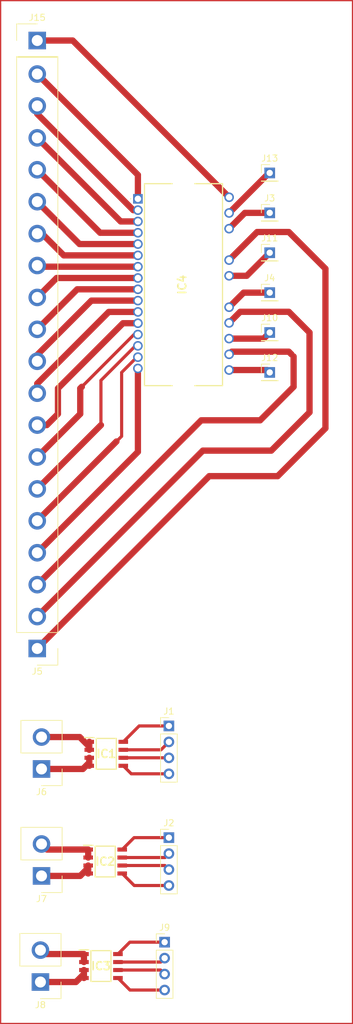
<source format=kicad_pcb>
(kicad_pcb (version 20221018) (generator pcbnew)
  (layers (0 "F.Cu" signal) (31 "B.Cu" signal) (34 "B.Paste" user) (35 "F.Paste" user) (36 "B.SilkS" user "B.Silkscreen") (37 "F.SilkS" user "F.Silkscreen") (38 "B.Mask" user) (39 "F.Mask" user) (44 "Edge.Cuts" user))
  (net 0 "")
  (net 1 "Net-(IC1-IP+_1)")
  (net 2 "Net-(IC1-IP-_1)")
  (net 3 "Net-(IC1-GND)")
  (net 4 "Net-(IC1-FILTER)")
  (net 5 "Net-(IC1-VIOUT)")
  (net 6 "Net-(IC1-VCC)")
  (net 7 "Net-(IC2-IP+_1)")
  (net 8 "Net-(IC2-IP-_1)")
  (net 9 "Net-(IC2-GND)")
  (net 10 "Net-(IC2-FILTER)")
  (net 11 "Net-(IC2-VIOUT)")
  (net 12 "Net-(IC2-VCC)")
  (net 13 "Net-(IC3-IP+_1)")
  (net 14 "Net-(IC3-IP-_1)")
  (net 15 "Net-(IC3-GND)")
  (net 16 "Net-(IC3-FILTER)")
  (net 17 "Net-(IC3-VIOUT)")
  (net 18 "Net-(IC3-VCC)")
  (net 19 "Net-(IC4-GND)")
  (net 20 "Net-(IC4-T{slash}~{SD}{slash}OD_)")
  (net 21 "Net-(IC4-VCC_W_)")
  (net 22 "Net-(IC4-HIN_W)")
  (net 23 "Net-(IC4-LIN_W)")
  (net 24 "Net-(IC4-OP+)")
  (net 25 "Net-(IC4-OPOUT)")
  (net 26 "Net-(IC4-OP-)")
  (net 27 "Net-(IC4-VCC_V)")
  (net 28 "Net-(IC4-HIN_V_)")
  (net 29 "Net-(IC4-LIN_V)")
  (net 30 "Net-(IC4-CIN_)")
  (net 31 "Net-(IC4-VCC_U)")
  (net 32 "Net-(IC4-HIN_U)")
  (net 33 "Net-(IC4-T{slash}~{SD}{slash}OD)")
  (net 34 "Net-(IC4-LIN_U)")
  (net 35 "Net-(IC4-VBOOT_U)")
  (net 36 "Net-(IC4-P)")
  (net 37 "Net-(IC4-U_OUTU)")
  (net 38 "Net-(IC4-NU)")
  (net 39 "Net-(IC4-VBOOT_V)")
  (net 40 "Net-(IC4-V_OUTV)")
  (net 41 "Net-(IC4-NV)")
  (net 42 "Net-(IC4-VBOOT_W)")
  (net 43 "Net-(IC4-W_OUTW)")
  (net 44 "Net-(IC4-NW)")
  (footprint "Connector_PinHeader_2.54mm:PinHeader_1x04_P2.54mm_Vertical" (layer "F.Cu") (at 131.572 165.11)
    (fp_text reference "J9" (at 0 -2.33) (layer "F.SilkS"))
    (fp_text value "Conn_01x04")
    (fp_line (start -1.33 -1.33) (end 0 -1.33) (stroke (width 0.12)) (layer "F.SilkS"))
    (fp_line (start -1.33 0) (end -1.33 -1.33) (stroke (width 0.12)) (layer "F.SilkS"))
    (fp_line (start -1.33 1.27) (end -1.33 8.95) (stroke (width 0.12)) (layer "F.SilkS"))
    (fp_line (start -1.33 1.27) (end 1.33 1.27) (stroke (width 0.12)) (layer "F.SilkS"))
    (fp_line (start -1.33 8.95) (end 1.33 8.95) (stroke (width 0.12)) (layer "F.SilkS"))
    (fp_line (start 1.33 1.27) (end 1.33 8.95) (stroke (width 0.12)) (layer "F.SilkS"))
    (pad "1" thru_hole rect (at 0 0) (size 1.7 1.7) (drill 1) (layers "*.Cu" "*.Mask") (net 18 "Net-(IC3-VCC)"))
    (pad "2" thru_hole oval (at 0 2.54) (size 1.7 1.7) (drill 1) (layers "*.Cu" "*.Mask") (net 17 "Net-(IC3-VIOUT)"))
    (pad "3" thru_hole oval (at 0 5.08) (size 1.7 1.7) (drill 1) (layers "*.Cu" "*.Mask") (net 16 "Net-(IC3-FILTER)"))
    (pad "4" thru_hole oval (at 0 7.62) (size 1.7 1.7) (drill 1) (layers "*.Cu" "*.Mask") (net 15 "Net-(IC3-GND)"))
  )
  (footprint "Connector_PinHeader_2.54mm:PinHeader_1x01_P2.54mm_Vertical" (layer "F.Cu") (at 148.336 74.422)
    (fp_text reference "J12" (at 0 -2.33) (layer "F.SilkS"))
    (fp_text value "Conn_01x01")
    (fp_line (start -1.33 -1.33) (end 0 -1.33) (stroke (width 0.12)) (layer "F.SilkS"))
    (fp_line (start -1.33 0) (end -1.33 -1.33) (stroke (width 0.12)) (layer "F.SilkS"))
    (fp_line (start -1.33 1.27) (end -1.33 1.33) (stroke (width 0.12)) (layer "F.SilkS"))
    (fp_line (start -1.33 1.27) (end 1.33 1.27) (stroke (width 0.12)) (layer "F.SilkS"))
    (fp_line (start -1.33 1.33) (end 1.33 1.33) (stroke (width 0.12)) (layer "F.SilkS"))
    (fp_line (start 1.33 1.27) (end 1.33 1.33) (stroke (width 0.12)) (layer "F.SilkS"))
    (pad "1" thru_hole rect (at 0 0) (size 1.7 1.7) (drill 1) (layers "*.Cu" "*.Mask") (net 35 "Net-(IC4-VBOOT_U)"))
  )
  (footprint "Connector_Samtec_HPM_THT:Samtec_HPM-19-01-x-S_Straight_1x19_Pitch5.08mm" (layer "F.Cu") (at 111.252 118.364 180)
    (fp_text reference "J5" (at 0 -3.65) (layer "F.SilkS"))
    (fp_text value "Conn_01x19" hide)
    (fp_line (start -3.285 -2.65) (end 0 -2.65) (stroke (width 0.12)) (layer "F.SilkS"))
    (fp_line (start -3.285 0) (end -3.285 -2.65) (stroke (width 0.12)) (layer "F.SilkS"))
    (fp_line (start -3.285 2.54) (end -3.285 94.09) (stroke (width 0.12)) (layer "F.SilkS"))
    (fp_line (start -3.285 2.54) (end 3.285 2.54) (stroke (width 0.12)) (layer "F.SilkS"))
    (fp_line (start -3.285 94.09) (end 3.285 94.09) (stroke (width 0.12)) (layer "F.SilkS"))
    (fp_line (start 3.285 2.54) (end 3.285 94.09) (stroke (width 0.12)) (layer "F.SilkS"))
    (pad "1" thru_hole rect (at 0 0 180) (size 2.8 2.8) (drill 1.75) (layers "*.Cu" "*.Mask") (net 41 "Net-(IC4-NV)"))
    (pad "2" thru_hole circle (at 0 5.08 180) (size 2.8 2.8) (drill 1.75) (layers "*.Cu" "*.Mask") (net 38 "Net-(IC4-NU)"))
    (pad "3" thru_hole circle (at 0 10.16 180) (size 2.8 2.8) (drill 1.75) (layers "*.Cu" "*.Mask") (net 36 "Net-(IC4-P)"))
    (pad "4" thru_hole circle (at 0 15.24 180) (size 2.8 2.8) (drill 1.75) (layers "*.Cu" "*.Mask") (net 34 "Net-(IC4-LIN_U)"))
    (pad "5" thru_hole circle (at 0 20.32 180) (size 2.8 2.8) (drill 1.75) (layers "*.Cu" "*.Mask") (net 33 "Net-(IC4-T{slash}~{SD}{slash}OD)"))
    (pad "6" thru_hole circle (at 0 25.4 180) (size 2.8 2.8) (drill 1.75) (layers "*.Cu" "*.Mask") (net 32 "Net-(IC4-HIN_U)"))
    (pad "7" thru_hole circle (at 0 30.48 180) (size 2.8 2.8) (drill 1.75) (layers "*.Cu" "*.Mask") (net 31 "Net-(IC4-VCC_U)"))
    (pad "8" thru_hole circle (at 0 35.56 180) (size 2.8 2.8) (drill 1.75) (layers "*.Cu" "*.Mask") (net 30 "Net-(IC4-CIN_)"))
    (pad "9" thru_hole circle (at 0 40.64 180) (size 2.8 2.8) (drill 1.75) (layers "*.Cu" "*.Mask") (net 29 "Net-(IC4-LIN_V)"))
    (pad "10" thru_hole circle (at 0 45.72 180) (size 2.8 2.8) (drill 1.75) (layers "*.Cu" "*.Mask") (net 28 "Net-(IC4-HIN_V_)"))
    (pad "11" thru_hole circle (at 0 50.8 180) (size 2.8 2.8) (drill 1.75) (layers "*.Cu" "*.Mask") (net 27 "Net-(IC4-VCC_V)"))
    (pad "12" thru_hole circle (at 0 55.88 180) (size 2.8 2.8) (drill 1.75) (layers "*.Cu" "*.Mask") (net 26 "Net-(IC4-OP-)"))
    (pad "13" thru_hole circle (at 0 60.96 180) (size 2.8 2.8) (drill 1.75) (layers "*.Cu" "*.Mask") (net 25 "Net-(IC4-OPOUT)"))
    (pad "14" thru_hole circle (at 0 66.04 180) (size 2.8 2.8) (drill 1.75) (layers "*.Cu" "*.Mask") (net 24 "Net-(IC4-OP+)"))
    (pad "15" thru_hole circle (at 0 71.12 180) (size 2.8 2.8) (drill 1.75) (layers "*.Cu" "*.Mask") (net 23 "Net-(IC4-LIN_W)"))
    (pad "16" thru_hole circle (at 0 76.2 180) (size 2.8 2.8) (drill 1.75) (layers "*.Cu" "*.Mask") (net 22 "Net-(IC4-HIN_W)"))
    (pad "17" thru_hole circle (at 0 81.28 180) (size 2.8 2.8) (drill 1.75) (layers "*.Cu" "*.Mask") (net 21 "Net-(IC4-VCC_W_)"))
    (pad "18" thru_hole circle (at 0 86.36 180) (size 2.8 2.8) (drill 1.75) (layers "*.Cu" "*.Mask") (net 20 "Net-(IC4-T{slash}~{SD}{slash}OD_)"))
    (pad "19" thru_hole circle (at 0 91.44 180) (size 2.8 2.8) (drill 1.75) (layers "*.Cu" "*.Mask") (net 19 "Net-(IC4-GND)"))
  )
  (footprint "Connector_PinHeader_2.54mm:PinHeader_1x01_P2.54mm_Vertical" (layer "F.Cu") (at 148.336 49.022)
    (fp_text reference "J3" (at 0 -2.33) (layer "F.SilkS"))
    (fp_text value "Conn_01x01" hide)
    (fp_line (start -1.33 -1.33) (end 0 -1.33) (stroke (width 0.12)) (layer "F.SilkS"))
    (fp_line (start -1.33 0) (end -1.33 -1.33) (stroke (width 0.12)) (layer "F.SilkS"))
    (fp_line (start -1.33 1.27) (end -1.33 1.33) (stroke (width 0.12)) (layer "F.SilkS"))
    (fp_line (start -1.33 1.27) (end 1.33 1.27) (stroke (width 0.12)) (layer "F.SilkS"))
    (fp_line (start -1.33 1.33) (end 1.33 1.33) (stroke (width 0.12)) (layer "F.SilkS"))
    (fp_line (start 1.33 1.27) (end 1.33 1.33) (stroke (width 0.12)) (layer "F.SilkS"))
    (pad "1" thru_hole rect (at 0 0) (size 1.7 1.7) (drill 1) (layers "*.Cu" "*.Mask") (net 42 "Net-(IC4-VBOOT_W)"))
  )
  (footprint "Connector_Samtec_HPM_THT:Samtec_HPM-02-01-x-S_Straight_1x02_Pitch5.08mm" (layer "F.Cu") (at 111.932 137.541 180)
    (fp_text reference "J6" (at 0 -3.65 180) (layer "F.SilkS"))
    (fp_text value "Conn_01x02")
    (fp_line (start -3.285 -2.65) (end 0 -2.65) (stroke (width 0.12)) (layer "F.SilkS"))
    (fp_line (start -3.285 0) (end -3.285 -2.65) (stroke (width 0.12)) (layer "F.SilkS"))
    (fp_line (start -3.285 2.54) (end -3.285 7.73) (stroke (width 0.12)) (layer "F.SilkS"))
    (fp_line (start -3.285 2.54) (end 3.285 2.54) (stroke (width 0.12)) (layer "F.SilkS"))
    (fp_line (start -3.285 7.73) (end 3.285 7.73) (stroke (width 0.12)) (layer "F.SilkS"))
    (fp_line (start 3.285 2.54) (end 3.285 7.73) (stroke (width 0.12)) (layer "F.SilkS"))
    (pad "1" thru_hole rect (at 0 0 180) (size 2.8 2.8) (drill 1.75) (layers "*.Cu" "*.Mask") (net 2 "Net-(IC1-IP-_1)"))
    (pad "2" thru_hole circle (at 0 5.08 180) (size 2.8 2.8) (drill 1.75) (layers "*.Cu" "*.Mask") (net 1 "Net-(IC1-IP+_1)"))
  )
  (footprint "Connector_PinHeader_2.54mm:PinHeader_1x01_P2.54mm_Vertical" (layer "F.Cu") (at 148.336 42.672)
    (fp_text reference "J13" (at 0 -2.33) (layer "F.SilkS"))
    (fp_text value "Conn_01x01" hide)
    (fp_line (start -1.33 -1.33) (end 0 -1.33) (stroke (width 0.12)) (layer "F.SilkS"))
    (fp_line (start -1.33 0) (end -1.33 -1.33) (stroke (width 0.12)) (layer "F.SilkS"))
    (fp_line (start -1.33 1.27) (end -1.33 1.33) (stroke (width 0.12)) (layer "F.SilkS"))
    (fp_line (start -1.33 1.27) (end 1.33 1.27) (stroke (width 0.12)) (layer "F.SilkS"))
    (fp_line (start -1.33 1.33) (end 1.33 1.33) (stroke (width 0.12)) (layer "F.SilkS"))
    (fp_line (start 1.33 1.27) (end 1.33 1.33) (stroke (width 0.12)) (layer "F.SilkS"))
    (pad "1" thru_hole rect (at 0 0) (size 1.7 1.7) (drill 1) (layers "*.Cu" "*.Mask") (net 43 "Net-(IC4-W_OUTW)"))
  )
  (footprint "Connector_PinHeader_2.54mm:PinHeader_1x01_P2.54mm_Vertical" (layer "F.Cu") (at 148.336 61.722)
    (fp_text reference "J4" (at 0 -2.33) (layer "F.SilkS"))
    (fp_text value "Conn_01x01")
    (fp_line (start -1.33 -1.33) (end 0 -1.33) (stroke (width 0.12)) (layer "F.SilkS"))
    (fp_line (start -1.33 0) (end -1.33 -1.33) (stroke (width 0.12)) (layer "F.SilkS"))
    (fp_line (start -1.33 1.27) (end -1.33 1.33) (stroke (width 0.12)) (layer "F.SilkS"))
    (fp_line (start -1.33 1.27) (end 1.33 1.27) (stroke (width 0.12)) (layer "F.SilkS"))
    (fp_line (start -1.33 1.33) (end 1.33 1.33) (stroke (width 0.12)) (layer "F.SilkS"))
    (fp_line (start 1.33 1.27) (end 1.33 1.33) (stroke (width 0.12)) (layer "F.SilkS"))
    (pad "1" thru_hole rect (at 0 0) (size 1.7 1.7) (drill 1) (layers "*.Cu" "*.Mask") (net 39 "Net-(IC4-VBOOT_V)"))
  )
  (footprint "Connector_PinHeader_2.54mm:PinHeader_1x01_P2.54mm_Vertical" (layer "F.Cu") (at 148.336 68.072)
    (fp_text reference "J10" (at 0 -2.33) (layer "F.SilkS"))
    (fp_text value "Conn_01x01" hide)
    (fp_line (start -1.33 -1.33) (end 0 -1.33) (stroke (width 0.12)) (layer "F.SilkS"))
    (fp_line (start -1.33 0) (end -1.33 -1.33) (stroke (width 0.12)) (layer "F.SilkS"))
    (fp_line (start -1.33 1.27) (end -1.33 1.33) (stroke (width 0.12)) (layer "F.SilkS"))
    (fp_line (start -1.33 1.27) (end 1.33 1.27) (stroke (width 0.12)) (layer "F.SilkS"))
    (fp_line (start -1.33 1.33) (end 1.33 1.33) (stroke (width 0.12)) (layer "F.SilkS"))
    (fp_line (start 1.33 1.27) (end 1.33 1.33) (stroke (width 0.12)) (layer "F.SilkS"))
    (pad "1" thru_hole rect (at 0 0) (size 1.7 1.7) (drill 1) (layers "*.Cu" "*.Mask") (net 37 "Net-(IC4-U_OUTU)"))
  )
  (footprint "Connector_PinHeader_2.54mm:PinHeader_1x04_P2.54mm_Vertical" (layer "F.Cu") (at 132.252 148.473)
    (fp_text reference "J2" (at 0 -2.33) (layer "F.SilkS"))
    (fp_text value "Conn_01x04")
    (fp_line (start -1.33 -1.33) (end 0 -1.33) (stroke (width 0.12)) (layer "F.SilkS"))
    (fp_line (start -1.33 0) (end -1.33 -1.33) (stroke (width 0.12)) (layer "F.SilkS"))
    (fp_line (start -1.33 1.27) (end -1.33 8.95) (stroke (width 0.12)) (layer "F.SilkS"))
    (fp_line (start -1.33 1.27) (end 1.33 1.27) (stroke (width 0.12)) (layer "F.SilkS"))
    (fp_line (start -1.33 8.95) (end 1.33 8.95) (stroke (width 0.12)) (layer "F.SilkS"))
    (fp_line (start 1.33 1.27) (end 1.33 8.95) (stroke (width 0.12)) (layer "F.SilkS"))
    (pad "1" thru_hole rect (at 0 0) (size 1.7 1.7) (drill 1) (layers "*.Cu" "*.Mask") (net 12 "Net-(IC2-VCC)"))
    (pad "2" thru_hole oval (at 0 2.54) (size 1.7 1.7) (drill 1) (layers "*.Cu" "*.Mask") (net 11 "Net-(IC2-VIOUT)"))
    (pad "3" thru_hole oval (at 0 5.08) (size 1.7 1.7) (drill 1) (layers "*.Cu" "*.Mask") (net 10 "Net-(IC2-FILTER)"))
    (pad "4" thru_hole oval (at 0 7.62) (size 1.7 1.7) (drill 1) (layers "*.Cu" "*.Mask") (net 9 "Net-(IC2-GND)"))
  )
  (footprint "SamacSys_Parts:SOIC127P600X175-8N" (layer "F.Cu") (at 122.092 152.273)
    (fp_text reference "IC2" (at 0 0) (layer "F.SilkS") (effects (font (size 1.27 1.27) (thickness 0.254))))
    (fp_text value "ACS724LLCTR-05AU-T" hide)
    (fp_line (start -3.475 -2.58) (end -1.95 -2.58) (stroke (width 0.2)) (layer "F.SilkS"))
    (fp_line (start -1.6 -2.45) (end 1.6 -2.45) (stroke (width 0.2)) (layer "F.SilkS"))
    (fp_line (start -1.6 2.45) (end -1.6 -2.45) (stroke (width 0.2)) (layer "F.SilkS"))
    (fp_line (start 1.6 -2.45) (end 1.6 2.45) (stroke (width 0.2)) (layer "F.SilkS"))
    (fp_line (start 1.6 2.45) (end -1.6 2.45) (stroke (width 0.2)) (layer "F.SilkS"))
    (pad "1" smd rect (at -2.712 -1.905 90) (size 0.65 1.525) (layers "F.Cu" "F.Paste" "F.Mask") (net 7 "Net-(IC2-IP+_1)"))
    (pad "2" smd rect (at -2.712 -0.635 90) (size 0.65 1.525) (layers "F.Cu" "F.Paste" "F.Mask") (net 7 "Net-(IC2-IP+_1)"))
    (pad "3" smd rect (at -2.712 0.635 90) (size 0.65 1.525) (layers "F.Cu" "F.Paste" "F.Mask") (net 8 "Net-(IC2-IP-_1)"))
    (pad "4" smd rect (at -2.712 1.905 90) (size 0.65 1.525) (layers "F.Cu" "F.Paste" "F.Mask") (net 8 "Net-(IC2-IP-_1)"))
    (pad "5" smd rect (at 2.712 1.905 90) (size 0.65 1.525) (layers "F.Cu" "F.Paste" "F.Mask") (net 9 "Net-(IC2-GND)"))
    (pad "6" smd rect (at 2.712 0.635 90) (size 0.65 1.525) (layers "F.Cu" "F.Paste" "F.Mask") (net 10 "Net-(IC2-FILTER)"))
    (pad "7" smd rect (at 2.712 -0.635 90) (size 0.65 1.525) (layers "F.Cu" "F.Paste" "F.Mask") (net 11 "Net-(IC2-VIOUT)"))
    (pad "8" smd rect (at 2.712 -1.905 90) (size 0.65 1.525) (layers "F.Cu" "F.Paste" "F.Mask") (net 12 "Net-(IC2-VCC)"))
  )
  (footprint "Connector_PinHeader_2.54mm:PinHeader_1x01_P2.54mm_Vertical" (layer "F.Cu") (at 148.336 55.372)
    (fp_text reference "J11" (at 0 -2.33) (layer "F.SilkS"))
    (fp_text value "Conn_01x01" hide)
    (fp_line (start -1.33 -1.33) (end 0 -1.33) (stroke (width 0.12)) (layer "F.SilkS"))
    (fp_line (start -1.33 0) (end -1.33 -1.33) (stroke (width 0.12)) (layer "F.SilkS"))
    (fp_line (start -1.33 1.27) (end -1.33 1.33) (stroke (width 0.12)) (layer "F.SilkS"))
    (fp_line (start -1.33 1.27) (end 1.33 1.27) (stroke (width 0.12)) (layer "F.SilkS"))
    (fp_line (start -1.33 1.33) (end 1.33 1.33) (stroke (width 0.12)) (layer "F.SilkS"))
    (fp_line (start 1.33 1.27) (end 1.33 1.33) (stroke (width 0.12)) (layer "F.SilkS"))
    (pad "1" thru_hole rect (at 0 0) (size 1.7 1.7) (drill 1) (layers "*.Cu" "*.Mask") (net 40 "Net-(IC4-V_OUTV)"))
  )
  (footprint "SamacSys_Parts:SOIC127P600X175-8N" (layer "F.Cu") (at 121.412 168.91)
    (fp_text reference "IC3" (at 0 0) (layer "F.SilkS") (effects (font (size 1.27 1.27) (thickness 0.254))))
    (fp_text value "ACS724LLCTR-05AU-T" hide)
    (fp_line (start -3.475 -2.58) (end -1.95 -2.58) (stroke (width 0.2)) (layer "F.SilkS"))
    (fp_line (start -1.6 -2.45) (end 1.6 -2.45) (stroke (width 0.2)) (layer "F.SilkS"))
    (fp_line (start -1.6 2.45) (end -1.6 -2.45) (stroke (width 0.2)) (layer "F.SilkS"))
    (fp_line (start 1.6 -2.45) (end 1.6 2.45) (stroke (width 0.2)) (layer "F.SilkS"))
    (fp_line (start 1.6 2.45) (end -1.6 2.45) (stroke (width 0.2)) (layer "F.SilkS"))
    (pad "1" smd rect (at -2.712 -1.905 90) (size 0.65 1.525) (layers "F.Cu" "F.Paste" "F.Mask") (net 13 "Net-(IC3-IP+_1)"))
    (pad "2" smd rect (at -2.712 -0.635 90) (size 0.65 1.525) (layers "F.Cu" "F.Paste" "F.Mask") (net 13 "Net-(IC3-IP+_1)"))
    (pad "3" smd rect (at -2.712 0.635 90) (size 0.65 1.525) (layers "F.Cu" "F.Paste" "F.Mask") (net 14 "Net-(IC3-IP-_1)"))
    (pad "4" smd rect (at -2.712 1.905 90) (size 0.65 1.525) (layers "F.Cu" "F.Paste" "F.Mask") (net 14 "Net-(IC3-IP-_1)"))
    (pad "5" smd rect (at 2.712 1.905 90) (size 0.65 1.525) (layers "F.Cu" "F.Paste" "F.Mask") (net 15 "Net-(IC3-GND)"))
    (pad "6" smd rect (at 2.712 0.635 90) (size 0.65 1.525) (layers "F.Cu" "F.Paste" "F.Mask") (net 16 "Net-(IC3-FILTER)"))
    (pad "7" smd rect (at 2.712 -0.635 90) (size 0.65 1.525) (layers "F.Cu" "F.Paste" "F.Mask") (net 17 "Net-(IC3-VIOUT)"))
    (pad "8" smd rect (at 2.712 -1.905 90) (size 0.65 1.525) (layers "F.Cu" "F.Paste" "F.Mask") (net 18 "Net-(IC3-VCC)"))
  )
  (footprint "Connector_Samtec_HPM_THT:Samtec_HPM-01-01-x-S_Straight_1x01_Pitch5.08mm" (layer "F.Cu") (at 111.252 21.59)
    (fp_text reference "J15" (at 0 -3.65) (layer "F.SilkS"))
    (fp_text value "Conn_01x01")
    (fp_line (start -3.285 -2.65) (end 0 -2.65) (stroke (width 0.12)) (layer "F.SilkS"))
    (fp_line (start -3.285 0) (end -3.285 -2.65) (stroke (width 0.12)) (layer "F.SilkS"))
    (fp_line (start -3.285 2.54) (end -3.285 2.65) (stroke (width 0.12)) (layer "F.SilkS"))
    (fp_line (start -3.285 2.54) (end 3.285 2.54) (stroke (width 0.12)) (layer "F.SilkS"))
    (fp_line (start -3.285 2.65) (end 3.285 2.65) (stroke (width 0.12)) (layer "F.SilkS"))
    (fp_line (start 3.285 2.54) (end 3.285 2.65) (stroke (width 0.12)) (layer "F.SilkS"))
    (pad "1" thru_hole rect (at 0 0) (size 2.8 2.8) (drill 1.75) (layers "*.Cu" "*.Mask") (net 44 "Net-(IC4-NW)"))
  )
  (footprint "SamacSys_Parts:SOIC127P600X175-8N" (layer "F.Cu") (at 122.264 135.128)
    (fp_text reference "IC1" (at 0 0) (layer "F.SilkS") (effects (font (size 1.27 1.27) (thickness 0.254))))
    (fp_text value "ACS724LLCTR-05AU-T" hide)
    (fp_line (start -3.475 -2.58) (end -1.95 -2.58) (stroke (width 0.2)) (layer "F.SilkS"))
    (fp_line (start -1.6 -2.45) (end 1.6 -2.45) (stroke (width 0.2)) (layer "F.SilkS"))
    (fp_line (start -1.6 2.45) (end -1.6 -2.45) (stroke (width 0.2)) (layer "F.SilkS"))
    (fp_line (start 1.6 -2.45) (end 1.6 2.45) (stroke (width 0.2)) (layer "F.SilkS"))
    (fp_line (start 1.6 2.45) (end -1.6 2.45) (stroke (width 0.2)) (layer "F.SilkS"))
    (pad "1" smd rect (at -2.712 -1.905 90) (size 0.65 1.525) (layers "F.Cu" "F.Paste" "F.Mask") (net 1 "Net-(IC1-IP+_1)"))
    (pad "2" smd rect (at -2.712 -0.635 90) (size 0.65 1.525) (layers "F.Cu" "F.Paste" "F.Mask") (net 1 "Net-(IC1-IP+_1)"))
    (pad "3" smd rect (at -2.712 0.635 90) (size 0.65 1.525) (layers "F.Cu" "F.Paste" "F.Mask") (net 2 "Net-(IC1-IP-_1)"))
    (pad "4" smd rect (at -2.712 1.905 90) (size 0.65 1.525) (layers "F.Cu" "F.Paste" "F.Mask") (net 2 "Net-(IC1-IP-_1)"))
    (pad "5" smd rect (at 2.712 1.905 90) (size 0.65 1.525) (layers "F.Cu" "F.Paste" "F.Mask") (net 3 "Net-(IC1-GND)"))
    (pad "6" smd rect (at 2.712 0.635 90) (size 0.65 1.525) (layers "F.Cu" "F.Paste" "F.Mask") (net 4 "Net-(IC1-FILTER)"))
    (pad "7" smd rect (at 2.712 -0.635 90) (size 0.65 1.525) (layers "F.Cu" "F.Paste" "F.Mask") (net 5 "Net-(IC1-VIOUT)"))
    (pad "8" smd rect (at 2.712 -1.905 90) (size 0.65 1.525) (layers "F.Cu" "F.Paste" "F.Mask") (net 6 "Net-(IC1-VCC)"))
  )
  (footprint "Connector_Samtec_HPM_THT:Samtec_HPM-02-01-x-S_Straight_1x02_Pitch5.08mm" (layer "F.Cu") (at 111.932 154.564 180)
    (fp_text reference "J7" (at 0 -3.65 180) (layer "F.SilkS"))
    (fp_text value "Conn_01x02")
    (fp_line (start -3.285 -2.65) (end 0 -2.65) (stroke (width 0.12)) (layer "F.SilkS"))
    (fp_line (start -3.285 0) (end -3.285 -2.65) (stroke (width 0.12)) (layer "F.SilkS"))
    (fp_line (start -3.285 2.54) (end -3.285 7.73) (stroke (width 0.12)) (layer "F.SilkS"))
    (fp_line (start -3.285 2.54) (end 3.285 2.54) (stroke (width 0.12)) (layer "F.SilkS"))
    (fp_line (start -3.285 7.73) (end 3.285 7.73) (stroke (width 0.12)) (layer "F.SilkS"))
    (fp_line (start 3.285 2.54) (end 3.285 7.73) (stroke (width 0.12)) (layer "F.SilkS"))
    (pad "1" thru_hole rect (at 0 0 180) (size 2.8 2.8) (drill 1.75) (layers "*.Cu" "*.Mask") (net 8 "Net-(IC2-IP-_1)"))
    (pad "2" thru_hole circle (at 0 5.08 180) (size 2.8 2.8) (drill 1.75) (layers "*.Cu" "*.Mask") (net 7 "Net-(IC2-IP+_1)"))
  )
  (footprint "Connector_Samtec_HPM_THT:Samtec_HPM-02-01-x-S_Straight_1x02_Pitch5.08mm" (layer "F.Cu") (at 111.76 171.455 180)
    (fp_text reference "J8" (at 0 -3.65 180) (layer "F.SilkS"))
    (fp_text value "Conn_01x02")
    (fp_line (start -3.285 -2.65) (end 0 -2.65) (stroke (width 0.12)) (layer "F.SilkS"))
    (fp_line (start -3.285 0) (end -3.285 -2.65) (stroke (width 0.12)) (layer "F.SilkS"))
    (fp_line (start -3.285 2.54) (end -3.285 7.73) (stroke (width 0.12)) (layer "F.SilkS"))
    (fp_line (start -3.285 2.54) (end 3.285 2.54) (stroke (width 0.12)) (layer "F.SilkS"))
    (fp_line (start -3.285 7.73) (end 3.285 7.73) (stroke (width 0.12)) (layer "F.SilkS"))
    (fp_line (start 3.285 2.54) (end 3.285 7.73) (stroke (width 0.12)) (layer "F.SilkS"))
    (pad "1" thru_hole rect (at 0 0 180) (size 2.8 2.8) (drill 1.75) (layers "*.Cu" "*.Mask") (net 14 "Net-(IC3-IP-_1)"))
    (pad "2" thru_hole circle (at 0 5.08 180) (size 2.8 2.8) (drill 1.75) (layers "*.Cu" "*.Mask") (net 13 "Net-(IC3-IP+_1)"))
  )
  (footprint "Connector_PinHeader_2.54mm:PinHeader_1x04_P2.54mm_Vertical" (layer "F.Cu") (at 132.252 130.693)
    (fp_text reference "J1" (at 0 -2.33) (layer "F.SilkS"))
    (fp_text value "Conn_01x04")
    (fp_line (start -1.33 -1.33) (end 0 -1.33) (stroke (width 0.12)) (layer "F.SilkS"))
    (fp_line (start -1.33 0) (end -1.33 -1.33) (stroke (width 0.12)) (layer "F.SilkS"))
    (fp_line (start -1.33 1.27) (end -1.33 8.95) (stroke (width 0.12)) (layer "F.SilkS"))
    (fp_line (start -1.33 1.27) (end 1.33 1.27) (stroke (width 0.12)) (layer "F.SilkS"))
    (fp_line (start -1.33 8.95) (end 1.33 8.95) (stroke (width 0.12)) (layer "F.SilkS"))
    (fp_line (start 1.33 1.27) (end 1.33 8.95) (stroke (width 0.12)) (layer "F.SilkS"))
    (pad "1" thru_hole rect (at 0 0) (size 1.7 1.7) (drill 1) (layers "*.Cu" "*.Mask") (net 6 "Net-(IC1-VCC)"))
    (pad "2" thru_hole oval (at 0 2.54) (size 1.7 1.7) (drill 1) (layers "*.Cu" "*.Mask") (net 5 "Net-(IC1-VIOUT)"))
    (pad "3" thru_hole oval (at 0 5.08) (size 1.7 1.7) (drill 1) (layers "*.Cu" "*.Mask") (net 4 "Net-(IC1-FILTER)"))
    (pad "4" thru_hole oval (at 0 7.62) (size 1.7 1.7) (drill 1) (layers "*.Cu" "*.Mask") (net 3 "Net-(IC1-GND)"))
  )
  (footprint "SamacSys_Parts:STGIPQ3H60THL" (layer "F.Cu") (at 127.3085 46.789 -90)
    (fp_text reference "IC4" (at 13.663 -7.058 90) (layer "F.SilkS") (effects (font (size 1.27 1.27) (thickness 0.254))))
    (fp_text value "STGIPQ3H60T-HL" hide)
    (fp_line (start -2.412 -13.5) (end 29.738 -13.5) (stroke (width 0.2)) (layer "F.SilkS"))
    (fp_line (start -2.412 -9.075) (end -2.412 -13.5) (stroke (width 0.2)) (layer "F.SilkS"))
    (fp_line (start -2.412 -1.05) (end -2.412 -5.475) (stroke (width 0.2)) (layer "F.SilkS"))
    (fp_line (start 0 1.1) (end 0 1.1) (stroke (width 0.1)) (layer "F.SilkS"))
    (fp_line (start 0 1.2) (end 0 1.2) (stroke (width 0.1)) (layer "F.SilkS"))
    (fp_line (start 29.738 -13.5) (end 29.738 -9.075) (stroke (width 0.2)) (layer "F.SilkS"))
    (fp_line (start 29.738 -5.475) (end 29.738 -1.05) (stroke (width 0.2)) (layer "F.SilkS"))
    (fp_line (start 29.738 -1.05) (end -2.412 -1.05) (stroke (width 0.2)) (layer "F.SilkS"))
    (fp_arc (start 0 1.1) (mid 0.05 1.15) (end 0 1.2) (stroke (width 0.1)) (layer "F.SilkS"))
    (fp_arc (start 0 1.2) (mid -0.05 1.15) (end 0 1.1) (stroke (width 0.1)) (layer "F.SilkS"))
    (pad "" np_thru_hole circle (at -1.712 -7.275 270) (size 3.4 3.4) (drill 3.4) (layers "*.Cu" "*.Mask"))
    (pad "" np_thru_hole circle (at 29.038 -7.275 270) (size 3.4 3.4) (drill 3.4) (layers "*.Cu" "*.Mask"))
    (pad "1" thru_hole rect (at 0 0 270) (size 1.53 1.53) (drill 1.02) (layers "*.Cu" "*.Mask") (net 19 "Net-(IC4-GND)"))
    (pad "2" thru_hole circle (at 1.8 0 270) (size 1.53 1.53) (drill 1.02) (layers "*.Cu" "*.Mask") (net 20 "Net-(IC4-T{slash}~{SD}{slash}OD_)"))
    (pad "3" thru_hole circle (at 3.6 0 270) (size 1.53 1.53) (drill 1.02) (layers "*.Cu" "*.Mask") (net 21 "Net-(IC4-VCC_W_)"))
    (pad "4" thru_hole circle (at 5.401 0 270) (size 1.53 1.53) (drill 1.02) (layers "*.Cu" "*.Mask") (net 22 "Net-(IC4-HIN_W)"))
    (pad "5" thru_hole circle (at 7.2 0 270) (size 1.53 1.53) (drill 1.02) (layers "*.Cu" "*.Mask") (net 23 "Net-(IC4-LIN_W)"))
    (pad "6" thru_hole circle (at 9.001 0 270) (size 1.53 1.53) (drill 1.02) (layers "*.Cu" "*.Mask") (net 24 "Net-(IC4-OP+)"))
    (pad "7" thru_hole circle (at 10.801 0 270) (size 1.53 1.53) (drill 1.02) (layers "*.Cu" "*.Mask") (net 25 "Net-(IC4-OPOUT)"))
    (pad "8" thru_hole circle (at 12.601 0 270) (size 1.53 1.53) (drill 1.02) (layers "*.Cu" "*.Mask") (net 26 "Net-(IC4-OP-)"))
    (pad "9" thru_hole circle (at 14.401 0 270) (size 1.53 1.53) (drill 1.02) (layers "*.Cu" "*.Mask") (net 27 "Net-(IC4-VCC_V)"))
    (pad "10" thru_hole circle (at 16.2 0 270) (size 1.53 1.53) (drill 1.02) (layers "*.Cu" "*.Mask") (net 28 "Net-(IC4-HIN_V_)"))
    (pad "11" thru_hole circle (at 18 0 270) (size 1.53 1.53) (drill 1.02) (layers "*.Cu" "*.Mask") (net 29 "Net-(IC4-LIN_V)"))
    (pad "12" thru_hole circle (at 19.8 0 270) (size 1.53 1.53) (drill 1.02) (layers "*.Cu" "*.Mask") (net 30 "Net-(IC4-CIN_)"))
    (pad "13" thru_hole circle (at 21.601 0 270) (size 1.53 1.53) (drill 1.02) (layers "*.Cu" "*.Mask") (net 31 "Net-(IC4-VCC_U)"))
    (pad "14" thru_hole circle (at 23.401 0 270) (size 1.53 1.53) (drill 1.02) (layers "*.Cu" "*.Mask") (net 32 "Net-(IC4-HIN_U)"))
    (pad "15" thru_hole circle (at 25.2 0 270) (size 1.53 1.53) (drill 1.02) (layers "*.Cu" "*.Mask") (net 33 "Net-(IC4-T{slash}~{SD}{slash}OD)"))
    (pad "16" thru_hole circle (at 27 0 270) (size 1.53 1.53) (drill 1.02) (layers "*.Cu" "*.Mask") (net 34 "Net-(IC4-LIN_U)"))
    (pad "17" thru_hole circle (at 27.25 -14.55 270) (size 1.53 1.53) (drill 1.02) (layers "*.Cu" "*.Mask") (net 35 "Net-(IC4-VBOOT_U)"))
    (pad "18" thru_hole circle (at 24.75 -14.55 270) (size 1.53 1.53) (drill 1.02) (layers "*.Cu" "*.Mask") (net 36 "Net-(IC4-P)"))
    (pad "19" thru_hole circle (at 22.25 -14.55 270) (size 1.53 1.53) (drill 1.02) (layers "*.Cu" "*.Mask") (net 37 "Net-(IC4-U_OUTU)"))
    (pad "20" thru_hole circle (at 19.75 -14.55 270) (size 1.53 1.53) (drill 1.02) (layers "*.Cu" "*.Mask") (net 38 "Net-(IC4-NU)"))
    (pad "21" thru_hole circle (at 17.25 -14.55 270) (size 1.53 1.53) (drill 1.02) (layers "*.Cu" "*.Mask") (net 39 "Net-(IC4-VBOOT_V)"))
    (pad "22" thru_hole circle (at 12.25 -14.55 270) (size 1.53 1.53) (drill 1.02) (layers "*.Cu" "*.Mask") (net 40 "Net-(IC4-V_OUTV)"))
    (pad "23" thru_hole circle (at 9.75 -14.55 270) (size 1.53 1.53) (drill 1.02) (layers "*.Cu" "*.Mask") (net 41 "Net-(IC4-NV)"))
    (pad "24" thru_hole circle (at 4.75 -14.55 270) (size 1.53 1.53) (drill 1.02) (layers "*.Cu" "*.Mask") (net 42 "Net-(IC4-VBOOT_W)"))
    (pad "25" thru_hole circle (at 2.25 -14.55 270) (size 1.53 1.53) (drill 1.02) (layers "*.Cu" "*.Mask") (net 43 "Net-(IC4-W_OUTW)"))
    (pad "26" thru_hole circle (at -0.25 -14.55 270) (size 1.53 1.53) (drill 1.02) (layers "*.Cu" "*.Mask") (net 44 "Net-(IC4-NW)"))
  )
  (gr_rect (start 105.41 15.24) (end 161.544 178.054) (stroke (width 0.2)) (fill none) (layer "F.Cu"))
  (segment (start 118.028 132.461) (end 111.932 132.461) (width 1) (layer "F.Cu") (net 1))
  (segment (start 119.552 133.985) (end 119.552 133.223) (width 1) (layer "F.Cu") (net 1))
  (segment (start 119.552 133.985) (end 118.028 132.461) (width 1) (layer "F.Cu") (net 1))
  (segment (start 119.552 134.493) (end 119.552 133.985) (width 1) (layer "F.Cu") (net 1))
  (segment (start 118.536 137.541) (end 111.932 137.541) (width 1) (layer "F.Cu") (net 2))
  (segment (start 119.552 136.525) (end 118.536 137.541) (width 1) (layer "F.Cu") (net 2))
  (segment (start 119.552 136.525) (end 119.552 135.763) (width 1) (layer "F.Cu") (net 2))
  (segment (start 119.552 137.033) (end 119.552 136.525) (width 1) (layer "F.Cu") (net 2))
  (segment (start 126.256 138.313) (end 124.976 137.033) (width 0.5) (layer "F.Cu") (net 3))
  (segment (start 132.252 138.313) (end 126.256 138.313) (width 0.5) (layer "F.Cu") (net 3))
  (segment (start 132.242 135.763) (end 132.252 135.773) (width 0.5) (layer "F.Cu") (net 4))
  (segment (start 124.976 135.763) (end 132.242 135.763) (width 0.5) (layer "F.Cu") (net 4))
  (segment (start 124.976 134.493) (end 130.992 134.493) (width 0.5) (layer "F.Cu") (net 5))
  (segment (start 130.992 134.493) (end 132.252 133.233) (width 0.5) (layer "F.Cu") (net 5))
  (segment (start 132.252 130.693) (end 127.506 130.693) (width 0.5) (layer "F.Cu") (net 6))
  (segment (start 127.506 130.693) (end 124.976 133.223) (width 0.5) (layer "F.Cu") (net 6))
  (segment (start 119.38 150.368) (end 112.816 150.368) (width 1) (layer "F.Cu") (net 7))
  (segment (start 112.816 150.368) (end 111.932 149.484) (width 1) (layer "F.Cu") (net 7))
  (segment (start 119.38 151.638) (end 119.38 150.368) (width 1) (layer "F.Cu") (net 7))
  (segment (start 119.38 153.289) (end 119.38 152.908) (width 1) (layer "F.Cu") (net 8))
  (segment (start 119.38 154.178) (end 119.38 153.289) (width 1) (layer "F.Cu") (net 8))
  (segment (start 119.38 153.289) (end 118.105 154.564) (width 1) (layer "F.Cu") (net 8))
  (segment (start 118.105 154.564) (end 111.932 154.564) (width 1) (layer "F.Cu") (net 8))
  (segment (start 132.252 156.093) (end 126.719 156.093) (width 0.5) (layer "F.Cu") (net 9))
  (segment (start 126.719 156.093) (end 124.804 154.178) (width 0.5) (layer "F.Cu") (net 9))
  (segment (start 124.804 152.908) (end 131.607 152.908) (width 0.5) (layer "F.Cu") (net 10))
  (segment (start 131.607 152.908) (end 132.252 153.553) (width 0.5) (layer "F.Cu") (net 10))
  (segment (start 124.804 151.638) (end 131.627 151.638) (width 0.5) (layer "F.Cu") (net 11))
  (segment (start 131.627 151.638) (end 132.252 151.013) (width 0.5) (layer "F.Cu") (net 11))
  (segment (start 126.699 148.473) (end 124.804 150.368) (width 0.5) (layer "F.Cu") (net 12))
  (segment (start 132.252 148.473) (end 126.699 148.473) (width 0.5) (layer "F.Cu") (net 12))
  (segment (start 112.39 167.005) (end 111.76 166.375) (width 1) (layer "F.Cu") (net 13))
  (segment (start 118.7 167.64) (end 118.7 168.275) (width 1) (layer "F.Cu") (net 13))
  (segment (start 118.7 167.005) (end 118.7 167.64) (width 1) (layer "F.Cu") (net 13))
  (segment (start 118.7 167.005) (end 112.39 167.005) (width 1) (layer "F.Cu") (net 13))
  (segment (start 118.7 170.18) (end 118.7 170.815) (width 1) (layer "F.Cu") (net 14))
  (segment (start 117.425 171.455) (end 111.76 171.455) (width 1) (layer "F.Cu") (net 14))
  (segment (start 118.7 169.545) (end 118.7 170.18) (width 1) (layer "F.Cu") (net 14))
  (segment (start 118.7 170.18) (end 117.425 171.455) (width 1) (layer "F.Cu") (net 14))
  (segment (start 126.039 172.73) (end 124.124 170.815) (width 0.5) (layer "F.Cu") (net 15))
  (segment (start 131.572 172.73) (end 126.039 172.73) (width 0.5) (layer "F.Cu") (net 15))
  (segment (start 130.927 169.545) (end 131.572 170.19) (width 0.5) (layer "F.Cu") (net 16))
  (segment (start 124.124 169.545) (end 130.927 169.545) (width 0.5) (layer "F.Cu") (net 16))
  (segment (start 124.124 168.275) (end 130.947 168.275) (width 0.5) (layer "F.Cu") (net 17))
  (segment (start 130.947 168.275) (end 131.572 167.65) (width 0.5) (layer "F.Cu") (net 17))
  (segment (start 131.572 165.11) (end 126.019 165.11) (width 0.5) (layer "F.Cu") (net 18))
  (segment (start 126.019 165.11) (end 124.124 167.005) (width 0.5) (layer "F.Cu") (net 18))
  (segment (start 111.252 26.924) (end 127.3085 42.9805) (width 1) (layer "F.Cu") (net 19))
  (segment (start 127.3085 42.9805) (end 127.3085 46.789) (width 1) (layer "F.Cu") (net 19))
  (segment (start 126.567 48.589) (end 111.252 33.274) (width 1) (layer "F.Cu") (net 20))
  (segment (start 127.3085 48.589) (end 126.567 48.589) (width 1) (layer "F.Cu") (net 20))
  (segment (start 111.252 33.274) (end 111.252 32.004) (width 1) (layer "F.Cu") (net 20))
  (segment (start 124.557 50.389) (end 111.252 37.084) (width 1) (layer "F.Cu") (net 21))
  (segment (start 127.3085 50.389) (end 124.557 50.389) (width 1) (layer "F.Cu") (net 21))
  (segment (start 127.3085 52.19) (end 121.278 52.19) (width 1) (layer "F.Cu") (net 22))
  (segment (start 121.278 52.19) (end 111.252 42.164) (width 1) (layer "F.Cu") (net 22))
  (segment (start 127.3085 53.989) (end 117.997 53.989) (width 1) (layer "F.Cu") (net 23))
  (segment (start 117.997 53.989) (end 111.252 47.244) (width 1) (layer "F.Cu") (net 23))
  (segment (start 115.48 55.79) (end 112.014 52.324) (width 1) (layer "F.Cu") (net 24))
  (segment (start 127.3085 55.79) (end 115.48 55.79) (width 1) (layer "F.Cu") (net 24))
  (segment (start 112.014 52.324) (end 111.252 52.324) (width 1) (layer "F.Cu") (net 24))
  (segment (start 111.438 57.59) (end 111.252 57.404) (width 1) (layer "F.Cu") (net 25))
  (segment (start 127.3085 57.59) (end 111.438 57.59) (width 1) (layer "F.Cu") (net 25))
  (segment (start 114.346 59.39) (end 127.3085 59.39) (width 1) (layer "F.Cu") (net 26))
  (segment (start 111.252 62.484) (end 114.346 59.39) (width 1) (layer "F.Cu") (net 26))
  (segment (start 117.626 61.19) (end 111.252 67.564) (width 1) (layer "F.Cu") (net 27))
  (segment (start 127.3085 61.19) (end 117.626 61.19) (width 1) (layer "F.Cu") (net 27))
  (segment (start 119.891 62.989) (end 127.3085 62.989) (width 1) (layer "F.Cu") (net 28))
  (segment (start 111.252 72.644) (end 111.252 71.628) (width 1) (layer "F.Cu") (net 28))
  (segment (start 111.252 71.628) (end 119.891 62.989) (width 1) (layer "F.Cu") (net 28))
  (segment (start 122.663 64.789) (end 111.252 76.2) (width 1) (layer "F.Cu") (net 29))
  (segment (start 111.252 76.2) (end 111.252 77.724) (width 1) (layer "F.Cu") (net 29))
  (segment (start 127.3085 64.789) (end 122.663 64.789) (width 1) (layer "F.Cu") (net 29))
  (segment (start 127.3085 66.589) (end 124.927 66.589) (width 1) (layer "F.Cu") (net 30))
  (segment (start 112.776 82.804) (end 111.252 82.804) (width 1) (layer "F.Cu") (net 30))
  (segment (start 114.554 81.026) (end 112.776 82.804) (width 1) (layer "F.Cu") (net 30))
  (segment (start 124.927 66.589) (end 114.554 76.962) (width 1) (layer "F.Cu") (net 30))
  (segment (start 114.554 76.962) (end 114.554 81.026) (width 1) (layer "F.Cu") (net 30))
  (segment (start 118.364562 76.708562) (end 126.683125 68.39) (width 0.5) (layer "F.Cu") (net 31))
  (segment (start 126.683125 68.39) (end 127.3085 68.39) (width 0.5) (layer "F.Cu") (net 31))
  (segment (start 118.364562 76.708562) (end 118.11 76.963124) (width 1) (layer "F.Cu") (net 31))
  (segment (start 118.11 76.963124) (end 118.11 81.026) (width 1) (layer "F.Cu") (net 31))
  (segment (start 118.11 81.026) (end 111.252 87.884) (width 1) (layer "F.Cu") (net 31))
  (segment (start 126.914 70.19) (end 127.3085 70.19) (width 0.5) (layer "F.Cu") (net 32))
  (segment (start 121.412 82.804) (end 111.252 92.964) (width 1) (layer "F.Cu") (net 32))
  (segment (start 121.412 75.692) (end 126.914 70.19) (width 0.5) (layer "F.Cu") (net 32))
  (segment (start 121.412 82.804) (end 121.412 75.692) (width 0.5) (layer "F.Cu") (net 32))
  (segment (start 124.714 84.582) (end 124.714 74.422) (width 0.5) (layer "F.Cu") (net 33))
  (segment (start 123.882 85.414) (end 111.252 98.044) (width 1) (layer "F.Cu") (net 33))
  (segment (start 127.147 71.989) (end 127.3085 71.989) (width 0.5) (layer "F.Cu") (net 33))
  (segment (start 124.714 74.422) (end 127.147 71.989) (width 0.5) (layer "F.Cu") (net 33))
  (segment (start 123.882 85.414) (end 124.714 84.582) (width 0.5) (layer "F.Cu") (net 33))
  (segment (start 127.3085 87.0675) (end 127.3085 73.789) (width 1) (layer "F.Cu") (net 34))
  (segment (start 127.3085 87.0675) (end 111.252 103.124) (width 1) (layer "F.Cu") (net 34))
  (segment (start 141.8585 74.039) (end 147.953 74.039) (width 1) (layer "F.Cu") (net 35))
  (segment (start 147.953 74.039) (end 148.336 74.422) (width 0.5) (layer "F.Cu") (net 35))
  (segment (start 152.146 76.708) (end 152.146 71.882) (width 1) (layer "F.Cu") (net 36))
  (segment (start 142.2775 71.12) (end 141.8585 71.539) (width 1) (layer "F.Cu") (net 36))
  (segment (start 151.803 71.539) (end 151.384 71.12) (width 1) (layer "F.Cu") (net 36))
  (segment (start 152.146 71.882) (end 151.803 71.539) (width 0.5) (layer "F.Cu") (net 36))
  (segment (start 146.812 82.042) (end 152.146 76.708) (width 1) (layer "F.Cu") (net 36))
  (segment (start 137.414 82.042) (end 146.812 82.042) (width 1) (layer "F.Cu") (net 36))
  (segment (start 151.384 71.12) (end 142.2775 71.12) (width 1) (layer "F.Cu") (net 36))
  (segment (start 111.252 108.204) (end 137.414 82.042) (width 1) (layer "F.Cu") (net 36))
  (segment (start 141.8585 69.039) (end 147.369 69.039) (width 1) (layer "F.Cu") (net 37))
  (segment (start 147.369 69.039) (end 148.336 68.072) (width 1) (layer "F.Cu") (net 37))
  (segment (start 154.686 68.072) (end 154.686 80.772) (width 1) (layer "F.Cu") (net 38))
  (segment (start 137.668 86.868) (end 111.252 113.284) (width 1) (layer "F.Cu") (net 38))
  (segment (start 148.59 86.868) (end 137.668 86.868) (width 1) (layer "F.Cu") (net 38))
  (segment (start 143.6275 64.77) (end 151.384 64.77) (width 1) (layer "F.Cu") (net 38))
  (segment (start 154.686 80.772) (end 148.59 86.868) (width 1) (layer "F.Cu") (net 38))
  (segment (start 141.8585 66.539) (end 143.6275 64.77) (width 1) (layer "F.Cu") (net 38))
  (segment (start 151.384 64.77) (end 154.686 68.072) (width 1) (layer "F.Cu") (net 38))
  (segment (start 141.8585 64.039) (end 144.1755 61.722) (width 1) (layer "F.Cu") (net 39))
  (segment (start 144.1755 61.722) (end 148.336 61.722) (width 1) (layer "F.Cu") (net 39))
  (segment (start 141.8585 59.039) (end 144.669 59.039) (width 1) (layer "F.Cu") (net 40))
  (segment (start 144.669 59.039) (end 148.336 55.372) (width 1) (layer "F.Cu") (net 40))
  (segment (start 157.226 83.312) (end 157.226 57.912) (width 1) (layer "F.Cu") (net 41))
  (segment (start 149.606 90.932) (end 157.226 83.312) (width 1) (layer "F.Cu") (net 41))
  (segment (start 111.252 118.364) (end 138.684 90.932) (width 1) (layer "F.Cu") (net 41))
  (segment (start 151.384 52.07) (end 146.3275 52.07) (width 1) (layer "F.Cu") (net 41))
  (segment (start 146.3275 52.07) (end 141.8585 56.539) (width 1) (layer "F.Cu") (net 41))
  (segment (start 138.684 90.932) (end 149.606 90.932) (width 1) (layer "F.Cu") (net 41))
  (segment (start 157.226 57.912) (end 151.384 52.07) (width 1) (layer "F.Cu") (net 41))
  (segment (start 144.3755 49.022) (end 148.336 49.022) (width 1) (layer "F.Cu") (net 42))
  (segment (start 141.8585 51.539) (end 144.3755 49.022) (width 1) (layer "F.Cu") (net 42))
  (segment (start 141.8585 49.039) (end 148.2255 42.672) (width 1) (layer "F.Cu") (net 43))
  (segment (start 148.2255 42.672) (end 148.336 42.672) (width 0.5) (layer "F.Cu") (net 43))
  (segment (start 116.9095 21.59) (end 141.8585 46.539) (width 1) (layer "F.Cu") (net 44))
  (segment (start 111.252 21.59) (end 116.9095 21.59) (width 1) (layer "F.Cu") (net 44))
)
</source>
